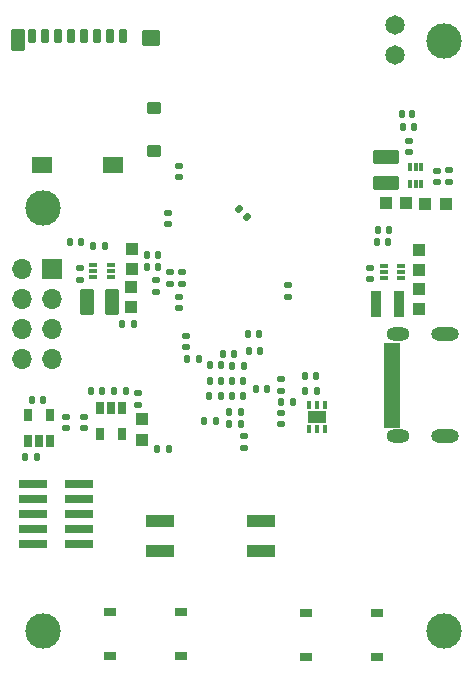
<source format=gbr>
G04 #@! TF.GenerationSoftware,KiCad,Pcbnew,9.0.1*
G04 #@! TF.CreationDate,2025-06-04T13:38:33-07:00*
G04 #@! TF.ProjectId,mp153-devboard,6d703135-332d-4646-9576-626f6172642e,rev?*
G04 #@! TF.SameCoordinates,PXb487a00PY650eff0*
G04 #@! TF.FileFunction,Soldermask,Bot*
G04 #@! TF.FilePolarity,Negative*
%FSLAX46Y46*%
G04 Gerber Fmt 4.6, Leading zero omitted, Abs format (unit mm)*
G04 Created by KiCad (PCBNEW 9.0.1) date 2025-06-04 13:38:33*
%MOMM*%
%LPD*%
G01*
G04 APERTURE LIST*
G04 Aperture macros list*
%AMRoundRect*
0 Rectangle with rounded corners*
0 $1 Rounding radius*
0 $2 $3 $4 $5 $6 $7 $8 $9 X,Y pos of 4 corners*
0 Add a 4 corners polygon primitive as box body*
4,1,4,$2,$3,$4,$5,$6,$7,$8,$9,$2,$3,0*
0 Add four circle primitives for the rounded corners*
1,1,$1+$1,$2,$3*
1,1,$1+$1,$4,$5*
1,1,$1+$1,$6,$7*
1,1,$1+$1,$8,$9*
0 Add four rect primitives between the rounded corners*
20,1,$1+$1,$2,$3,$4,$5,0*
20,1,$1+$1,$4,$5,$6,$7,0*
20,1,$1+$1,$6,$7,$8,$9,0*
20,1,$1+$1,$8,$9,$2,$3,0*%
G04 Aperture macros list end*
%ADD10C,0.010000*%
%ADD11C,3.000000*%
%ADD12R,1.000000X1.000000*%
%ADD13RoundRect,0.147500X-0.172500X0.147500X-0.172500X-0.147500X0.172500X-0.147500X0.172500X0.147500X0*%
%ADD14RoundRect,0.147500X-0.147500X-0.172500X0.147500X-0.172500X0.147500X0.172500X-0.147500X0.172500X0*%
%ADD15RoundRect,0.147500X0.147500X0.172500X-0.147500X0.172500X-0.147500X-0.172500X0.147500X-0.172500X0*%
%ADD16RoundRect,0.250000X-0.375000X-0.850000X0.375000X-0.850000X0.375000X0.850000X-0.375000X0.850000X0*%
%ADD17R,0.700000X0.340000*%
%ADD18R,2.440000X1.120000*%
%ADD19RoundRect,0.147500X0.172500X-0.147500X0.172500X0.147500X-0.172500X0.147500X-0.172500X-0.147500X0*%
%ADD20RoundRect,0.125000X0.125000X0.225000X-0.125000X0.225000X-0.125000X-0.225000X0.125000X-0.225000X0*%
%ADD21C,1.651000*%
%ADD22RoundRect,0.147500X0.226274X0.017678X0.017678X0.226274X-0.226274X-0.017678X-0.017678X-0.226274X0*%
%ADD23O,2.352400X1.152400*%
%ADD24O,1.952400X1.152400*%
%ADD25RoundRect,0.250000X-0.850000X0.375000X-0.850000X-0.375000X0.850000X-0.375000X0.850000X0.375000X0*%
%ADD26R,1.000000X0.700000*%
%ADD27R,0.350000X0.650000*%
%ADD28R,1.600000X1.000000*%
%ADD29R,0.340000X0.700000*%
%ADD30RoundRect,0.032500X-0.292500X0.517500X-0.292500X-0.517500X0.292500X-0.517500X0.292500X0.517500X0*%
%ADD31RoundRect,0.027500X-0.522500X0.847500X-0.522500X-0.847500X0.522500X-0.847500X0.522500X0.847500X0*%
%ADD32RoundRect,0.033750X0.841250X0.641250X-0.841250X0.641250X-0.841250X-0.641250X0.841250X-0.641250X0*%
%ADD33RoundRect,0.032500X0.717500X0.617500X-0.717500X0.617500X-0.717500X-0.617500X0.717500X-0.617500X0*%
%ADD34RoundRect,0.022500X0.527500X0.427500X-0.527500X0.427500X-0.527500X-0.427500X0.527500X-0.427500X0*%
%ADD35R,0.650000X1.060000*%
%ADD36R,2.400000X0.740000*%
%ADD37R,1.700000X1.700000*%
%ADD38O,1.700000X1.700000*%
%ADD39R,0.850000X2.300000*%
G04 APERTURE END LIST*
D10*
G04 #@! TO.C,J3*
X33403500Y27061500D02*
X32126500Y27061500D01*
X32126500Y27778500D01*
X33403500Y27778500D01*
X33403500Y27061500D01*
G36*
X33403500Y27061500D02*
G01*
X32126500Y27061500D01*
X32126500Y27778500D01*
X33403500Y27778500D01*
X33403500Y27061500D01*
G37*
X33403500Y26261500D02*
X32126500Y26261500D01*
X32126500Y26978500D01*
X33403500Y26978500D01*
X33403500Y26261500D01*
G36*
X33403500Y26261500D02*
G01*
X32126500Y26261500D01*
X32126500Y26978500D01*
X33403500Y26978500D01*
X33403500Y26261500D01*
G37*
X33403500Y25757500D02*
X32126500Y25757500D01*
X32126500Y26182500D01*
X33403500Y26182500D01*
X33403500Y25757500D01*
G36*
X33403500Y25757500D02*
G01*
X32126500Y25757500D01*
X32126500Y26182500D01*
X33403500Y26182500D01*
X33403500Y25757500D01*
G37*
X33403500Y25257500D02*
X32126500Y25257500D01*
X32126500Y25682500D01*
X33403500Y25682500D01*
X33403500Y25257500D01*
G36*
X33403500Y25257500D02*
G01*
X32126500Y25257500D01*
X32126500Y25682500D01*
X33403500Y25682500D01*
X33403500Y25257500D01*
G37*
X33403500Y24757500D02*
X32126500Y24757500D01*
X32126500Y25182500D01*
X33403500Y25182500D01*
X33403500Y24757500D01*
G36*
X33403500Y24757500D02*
G01*
X32126500Y24757500D01*
X32126500Y25182500D01*
X33403500Y25182500D01*
X33403500Y24757500D01*
G37*
X33403500Y24257500D02*
X32126500Y24257500D01*
X32126500Y24682500D01*
X33403500Y24682500D01*
X33403500Y24257500D01*
G36*
X33403500Y24257500D02*
G01*
X32126500Y24257500D01*
X32126500Y24682500D01*
X33403500Y24682500D01*
X33403500Y24257500D01*
G37*
X33403500Y23757500D02*
X32126500Y23757500D01*
X32126500Y24182500D01*
X33403500Y24182500D01*
X33403500Y23757500D01*
G36*
X33403500Y23757500D02*
G01*
X32126500Y23757500D01*
X32126500Y24182500D01*
X33403500Y24182500D01*
X33403500Y23757500D01*
G37*
X33403500Y23257500D02*
X32126500Y23257500D01*
X32126500Y23682500D01*
X33403500Y23682500D01*
X33403500Y23257500D01*
G36*
X33403500Y23257500D02*
G01*
X32126500Y23257500D01*
X32126500Y23682500D01*
X33403500Y23682500D01*
X33403500Y23257500D01*
G37*
X33403500Y22757500D02*
X32126500Y22757500D01*
X32126500Y23182500D01*
X33403500Y23182500D01*
X33403500Y22757500D01*
G36*
X33403500Y22757500D02*
G01*
X32126500Y22757500D01*
X32126500Y23182500D01*
X33403500Y23182500D01*
X33403500Y22757500D01*
G37*
X33403500Y22257500D02*
X32126500Y22257500D01*
X32126500Y22682500D01*
X33403500Y22682500D01*
X33403500Y22257500D01*
G36*
X33403500Y22257500D02*
G01*
X32126500Y22257500D01*
X32126500Y22682500D01*
X33403500Y22682500D01*
X33403500Y22257500D01*
G37*
X33403500Y21461500D02*
X32126500Y21461500D01*
X32126500Y22178500D01*
X33403500Y22178500D01*
X33403500Y21461500D01*
G36*
X33403500Y21461500D02*
G01*
X32126500Y21461500D01*
X32126500Y22178500D01*
X33403500Y22178500D01*
X33403500Y21461500D01*
G37*
X33403500Y20661500D02*
X32126500Y20661500D01*
X32126500Y21378500D01*
X33403500Y21378500D01*
X33403500Y20661500D01*
G36*
X33403500Y20661500D02*
G01*
X32126500Y20661500D01*
X32126500Y21378500D01*
X33403500Y21378500D01*
X33403500Y20661500D01*
G37*
G04 #@! TD*
D11*
G04 #@! TO.C,H4*
X37250800Y3357600D03*
G04 #@! TD*
G04 #@! TO.C,H2*
X3250800Y39170000D03*
G04 #@! TD*
G04 #@! TO.C,H3*
X3250800Y3357600D03*
G04 #@! TD*
G04 #@! TO.C,H1*
X37250800Y53357600D03*
G04 #@! TD*
D12*
G04 #@! TO.C,C91*
X34029800Y39649600D03*
X32329800Y39649600D03*
G04 #@! TD*
D13*
G04 #@! TO.C,C69*
X34235800Y44867600D03*
X34235800Y43897600D03*
G04 #@! TD*
D14*
G04 #@! TO.C,C79*
X10009800Y29330600D03*
X10979800Y29330600D03*
G04 #@! TD*
D13*
G04 #@! TO.C,C46*
X6718800Y21527600D03*
X6718800Y20557600D03*
G04 #@! TD*
G04 #@! TO.C,R65*
X36630800Y42359600D03*
X36630800Y41389600D03*
G04 #@! TD*
D15*
G04 #@! TO.C,R62*
X8505800Y35937600D03*
X7535800Y35937600D03*
G04 #@! TD*
G04 #@! TO.C,C59*
X18332620Y23249661D03*
X17362620Y23249661D03*
G04 #@! TD*
D14*
G04 #@! TO.C,R60*
X7311800Y23689600D03*
X8281800Y23689600D03*
G04 #@! TD*
D15*
G04 #@! TO.C,R41*
X34705000Y46050000D03*
X33735000Y46050000D03*
G04 #@! TD*
D16*
G04 #@! TO.C,L1*
X6975800Y31247600D03*
X9125800Y31247600D03*
G04 #@! TD*
D15*
G04 #@! TO.C,C52*
X21661800Y27082821D03*
X20691800Y27082821D03*
G04 #@! TD*
D17*
G04 #@! TO.C,U15*
X9048800Y34355600D03*
X9048800Y33855600D03*
X9048800Y33355600D03*
X7548800Y33355600D03*
X7548800Y33855600D03*
X7548800Y34355600D03*
G04 #@! TD*
D15*
G04 #@! TO.C,R61*
X6515800Y36307600D03*
X5545800Y36307600D03*
G04 #@! TD*
D18*
G04 #@! TO.C,BOOT0_2*
X21785000Y12720000D03*
X21785000Y10180000D03*
X13175000Y10180000D03*
X13175000Y12720000D03*
G04 #@! TD*
D14*
G04 #@! TO.C,C56*
X9317800Y23717600D03*
X10287800Y23717600D03*
G04 #@! TD*
G04 #@! TO.C,R64*
X31636340Y37326600D03*
X32606340Y37326600D03*
G04 #@! TD*
D13*
G04 #@! TO.C,C61*
X14062880Y33757501D03*
X14062880Y32787501D03*
G04 #@! TD*
D15*
G04 #@! TO.C,C60*
X22281800Y23888821D03*
X21311800Y23888821D03*
G04 #@! TD*
D19*
G04 #@! TO.C,C32*
X23420800Y23715821D03*
X23420800Y24685821D03*
G04 #@! TD*
D12*
G04 #@! TO.C,C89*
X10757800Y32495600D03*
X10757800Y30795600D03*
G04 #@! TD*
D19*
G04 #@! TO.C,C67*
X6400800Y33132600D03*
X6400800Y34102600D03*
G04 #@! TD*
G04 #@! TO.C,C68*
X30952340Y33152600D03*
X30952340Y34122600D03*
G04 #@! TD*
D14*
G04 #@! TO.C,C72*
X1795800Y18137600D03*
X2765800Y18137600D03*
G04 #@! TD*
G04 #@! TO.C,C74*
X20645800Y28520821D03*
X21615800Y28520821D03*
G04 #@! TD*
G04 #@! TO.C,C63*
X16925800Y21120821D03*
X17895800Y21120821D03*
G04 #@! TD*
D17*
G04 #@! TO.C,U16*
X33620840Y34258600D03*
X33620840Y33758600D03*
X33620840Y33258600D03*
X32120840Y33258600D03*
X32120840Y33758600D03*
X32120840Y34258600D03*
G04 #@! TD*
D19*
G04 #@! TO.C,C95*
X24010800Y31665821D03*
X24010800Y32635821D03*
G04 #@! TD*
D12*
G04 #@! TO.C,C88*
X11650800Y21287600D03*
X11650800Y19587600D03*
G04 #@! TD*
D19*
G04 #@! TO.C,R66*
X37650800Y41397600D03*
X37650800Y42367600D03*
G04 #@! TD*
D12*
G04 #@! TO.C,C49*
X35665800Y39563600D03*
X37365800Y39563600D03*
G04 #@! TD*
D14*
G04 #@! TO.C,C80*
X18522800Y26825821D03*
X19492800Y26825821D03*
G04 #@! TD*
D15*
G04 #@! TO.C,C84*
X3295800Y22967600D03*
X2325800Y22967600D03*
G04 #@! TD*
D12*
G04 #@! TO.C,C48*
X35093340Y33925600D03*
X35093340Y35625600D03*
G04 #@! TD*
D15*
G04 #@! TO.C,C31*
X20039360Y21885681D03*
X19069360Y21885681D03*
G04 #@! TD*
G04 #@! TO.C,C54*
X24424800Y22770821D03*
X23454800Y22770821D03*
G04 #@! TD*
G04 #@! TO.C,C73*
X18365360Y24514581D03*
X17395360Y24514581D03*
G04 #@! TD*
D20*
G04 #@! TO.C,D11*
X34510000Y47180000D03*
X33710000Y47180000D03*
G04 #@! TD*
D15*
G04 #@! TO.C,C70*
X18365500Y25870941D03*
X17395500Y25870941D03*
G04 #@! TD*
D21*
G04 #@! TO.C,J5*
X33100000Y54660000D03*
X33100000Y52120000D03*
G04 #@! TD*
D22*
G04 #@! TO.C,R68*
X20537340Y38408381D03*
X19851446Y39094275D03*
G04 #@! TD*
D23*
G04 #@! TO.C,J3*
X37340000Y28540000D03*
X37340000Y19900000D03*
D24*
X33340000Y28540000D03*
X33340000Y19900000D03*
G04 #@! TD*
D25*
G04 #@! TO.C,L3*
X32291800Y43491600D03*
X32291800Y41341600D03*
G04 #@! TD*
D26*
G04 #@! TO.C,S2*
X31560000Y4900000D03*
X25560000Y4900000D03*
X31560000Y1200000D03*
X25560000Y1200000D03*
G04 #@! TD*
D19*
G04 #@! TO.C,C33*
X20290800Y18882600D03*
X20290800Y19852600D03*
G04 #@! TD*
D15*
G04 #@! TO.C,R72*
X13935800Y18807600D03*
X12965800Y18807600D03*
G04 #@! TD*
D12*
G04 #@! TO.C,C90*
X35083340Y32367600D03*
X35083340Y30667600D03*
G04 #@! TD*
D15*
G04 #@! TO.C,C109*
X13059260Y34160741D03*
X12089260Y34160741D03*
G04 #@! TD*
D19*
G04 #@! TO.C,R69*
X14799480Y30717401D03*
X14799480Y31687401D03*
G04 #@! TD*
D27*
G04 #@! TO.C,U20*
X27144260Y20440741D03*
X26494260Y20440741D03*
X25844260Y20440741D03*
X25844260Y22540741D03*
X26494260Y22540741D03*
X27144260Y22540741D03*
D28*
X26494260Y21490741D03*
G04 #@! TD*
D15*
G04 #@! TO.C,C29*
X26435000Y24930000D03*
X25465000Y24930000D03*
G04 #@! TD*
D26*
G04 #@! TO.C,S3*
X8960000Y1290000D03*
X14960000Y1290000D03*
X8960000Y4990000D03*
X14960000Y4990000D03*
G04 #@! TD*
D14*
G04 #@! TO.C,R71*
X12094260Y35200741D03*
X13064260Y35200741D03*
G04 #@! TD*
D19*
G04 #@! TO.C,C45*
X5270800Y20527600D03*
X5270800Y21497600D03*
G04 #@! TD*
D29*
G04 #@! TO.C,U17*
X35325800Y41195600D03*
X34825800Y41195600D03*
X34325800Y41195600D03*
X34325800Y42695600D03*
X34825800Y42695600D03*
X35325800Y42695600D03*
G04 #@! TD*
D12*
G04 #@! TO.C,C47*
X10782800Y34048600D03*
X10782800Y35748600D03*
G04 #@! TD*
D14*
G04 #@! TO.C,C30*
X19061740Y20869681D03*
X20031740Y20869681D03*
G04 #@! TD*
D30*
G04 #@! TO.C,CON1*
X10060001Y53740000D03*
X8960001Y53740000D03*
X7860001Y53740000D03*
X6760000Y53740000D03*
X5660003Y53740000D03*
X4560002Y53740000D03*
X3460002Y53740000D03*
X2360002Y53740000D03*
D31*
X1150001Y53412500D03*
D32*
X3227500Y42865000D03*
X9187501Y42865000D03*
D33*
X12470002Y53620000D03*
D34*
X12645003Y44002501D03*
X12645003Y47672501D03*
G04 #@! TD*
D15*
G04 #@! TO.C,C50*
X20222240Y23239501D03*
X19252240Y23239501D03*
G04 #@! TD*
D19*
G04 #@! TO.C,R52*
X15368440Y27390001D03*
X15368440Y28360001D03*
G04 #@! TD*
D35*
G04 #@! TO.C,U19*
X8099800Y22255600D03*
X9049800Y22255600D03*
X9999800Y22255600D03*
X9999800Y20055600D03*
X8099800Y20055600D03*
G04 #@! TD*
D13*
G04 #@! TO.C,C93*
X15038240Y33744801D03*
X15038240Y32774801D03*
G04 #@! TD*
D15*
G04 #@! TO.C,C62*
X20277980Y25835381D03*
X19307980Y25835381D03*
G04 #@! TD*
D36*
G04 #@! TO.C,J2*
X2470800Y10707600D03*
X6370800Y10707600D03*
X2470800Y11977600D03*
X6370800Y11977600D03*
X2470800Y13247600D03*
X6370800Y13247600D03*
X2470800Y14517600D03*
X6370800Y14517600D03*
X2470800Y15787600D03*
X6370800Y15787600D03*
G04 #@! TD*
D15*
G04 #@! TO.C,C76*
X26469260Y23710741D03*
X25499260Y23710741D03*
G04 #@! TD*
D19*
G04 #@! TO.C,C43*
X13870800Y37805821D03*
X13870800Y38775821D03*
G04 #@! TD*
D37*
G04 #@! TO.C,J1*
X4030800Y34027600D03*
D38*
X1490800Y34027600D03*
X4030800Y31487600D03*
X1490800Y31487600D03*
X4030800Y28947600D03*
X1490800Y28947600D03*
X4030800Y26407600D03*
X1490800Y26407600D03*
G04 #@! TD*
D35*
G04 #@! TO.C,U18*
X3880800Y19467600D03*
X2930800Y19467600D03*
X1980800Y19467600D03*
X1980800Y21667600D03*
X3880800Y21667600D03*
G04 #@! TD*
D15*
G04 #@! TO.C,R63*
X32525340Y36277600D03*
X31555340Y36277600D03*
G04 #@! TD*
D13*
G04 #@! TO.C,C103*
X14784240Y42769421D03*
X14784240Y41799421D03*
G04 #@! TD*
D19*
G04 #@! TO.C,R70*
X12894260Y32115741D03*
X12894260Y33085741D03*
G04 #@! TD*
D39*
G04 #@! TO.C,L2*
X31509340Y31077600D03*
X33459340Y31077600D03*
G04 #@! TD*
D15*
G04 #@! TO.C,C53*
X20247640Y24509501D03*
X19277640Y24509501D03*
G04 #@! TD*
D19*
G04 #@! TO.C,C51*
X23460800Y20865821D03*
X23460800Y21835821D03*
G04 #@! TD*
G04 #@! TO.C,C75*
X11370800Y22532600D03*
X11370800Y23502600D03*
G04 #@! TD*
D15*
G04 #@! TO.C,C71*
X16457960Y26381481D03*
X15487960Y26381481D03*
G04 #@! TD*
M02*

</source>
